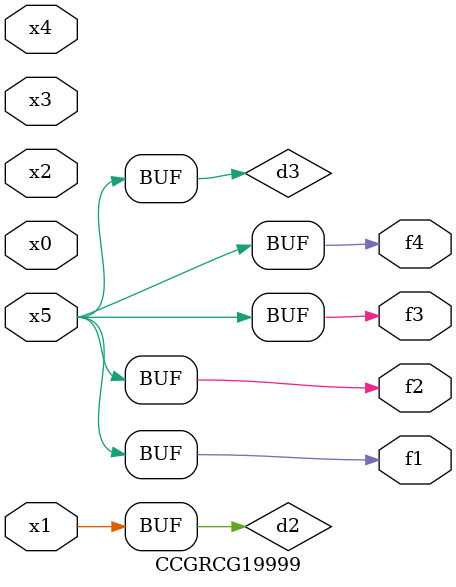
<source format=v>
module CCGRCG19999(
	input x0, x1, x2, x3, x4, x5,
	output f1, f2, f3, f4
);

	wire d1, d2, d3;

	not (d1, x5);
	or (d2, x1);
	xnor (d3, d1);
	assign f1 = d3;
	assign f2 = d3;
	assign f3 = d3;
	assign f4 = d3;
endmodule

</source>
